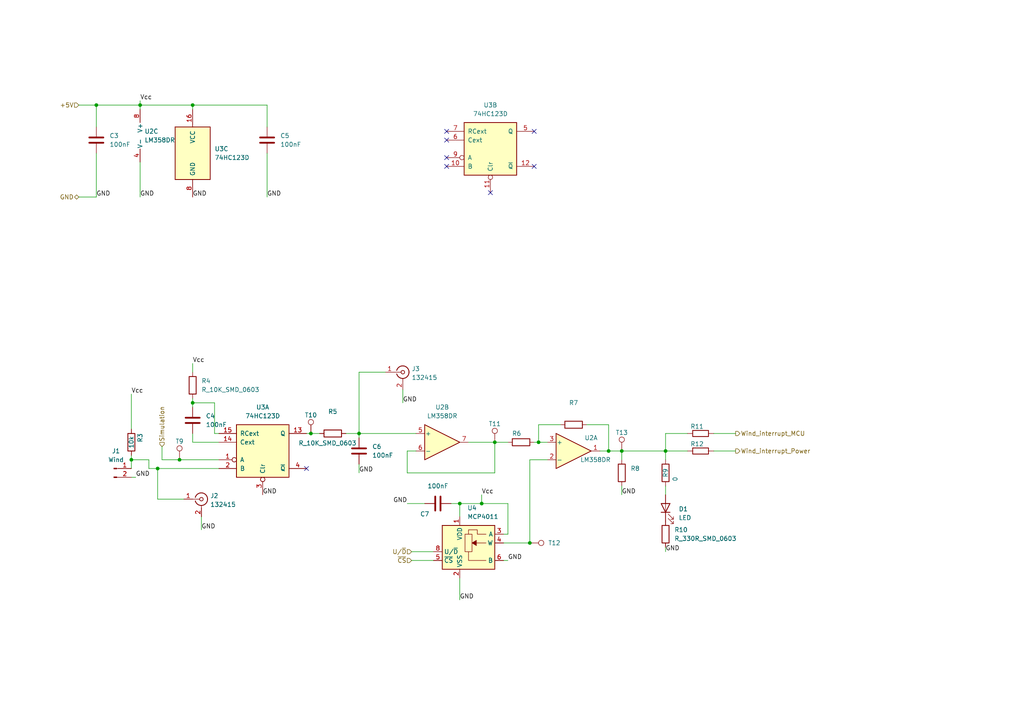
<source format=kicad_sch>
(kicad_sch (version 20231120) (generator "eeschema") (generator_version "8.0")
  (paper "A4")
  (title_block (title "Wind handler") (date "2024-04-17") (rev "1.0"))
  (lib_symbols
    (symbol "74xx:74HC123" (pin_names (offset 1.016))
      (property "Reference" "U" (at -7.62 8.89 0))
      (property "Value" "74HC123" (at -7.62 -8.89 0))
      (symbol "74HC123_1_0"
        (pin input inverted (at -12.7 -2.54 0) (length 5.08) (name "A") (number "1"))
        (pin output line (at 12.7 5.08 180) (length 5.08) (name "Q") (number "13"))
        (pin input line (at -12.7 2.54 0) (length 5.08) (name "Cext") (number "14"))
        (pin input line (at -12.7 5.08 0) (length 5.08) (name "RCext") (number "15"))
        (pin input line (at -12.7 -5.08 0) (length 5.08) (name "B") (number "2"))
        (pin input inverted (at 0 -12.7 90) (length 5.08) (name "Clr") (number "3"))
        (pin output line (at 12.7 -5.08 180) (length 5.08) (name "~{Q}") (number "4"))
      )
      (symbol "74HC123_1_1"
        (rectangle (start -7.62 7.62) (end 7.62 -7.62) (stroke (width 0.254)) (fill (type background)))
      )
      (symbol "74HC123_2_0"
        (pin input line (at -12.7 -5.08 0) (length 5.08) (name "B") (number "10"))
        (pin input inverted (at 0 -12.7 90) (length 5.08) (name "Clr") (number "11"))
        (pin output line (at 12.7 -5.08 180) (length 5.08) (name "~{Q}") (number "12"))
        (pin output line (at 12.7 5.08 180) (length 5.08) (name "Q") (number "5"))
        (pin input line (at -12.7 2.54 0) (length 5.08) (name "Cext") (number "6"))
        (pin input line (at -12.7 5.08 0) (length 5.08) (name "RCext") (number "7"))
        (pin input inverted (at -12.7 -2.54 0) (length 5.08) (name "A") (number "9"))
      )
      (symbol "74HC123_2_1"
        (rectangle (start -7.62 7.62) (end 7.62 -7.62) (stroke (width 0.254)) (fill (type background)))
      )
      (symbol "74HC123_3_0"
        (pin power_in line (at 0 12.7 270) (length 5.08) (name "VCC") (number "16"))
        (pin power_in line (at 0 -12.7 90) (length 5.08) (name "GND") (number "8"))
      )
      (symbol "74HC123_3_1"
        (rectangle (start -5.08 7.62) (end 5.08 -7.62) (stroke (width 0.254)) (fill (type background)))
      )
    )
    (symbol "Amplifier_Operational:LM358" (pin_names (offset 0.127))
      (property "Reference" "U" (at 0 5.08 0))
      (property "Value" "LM358" (at 0 -5.08 0))
      (symbol "LM358_1_1"
        (polyline (pts (xy -5.08 5.08) (xy 5.08 0) (xy -5.08 -5.08) (xy -5.08 5.08)) (stroke (width 0.254)) (fill (type background)))
        (pin output line (at 7.62 0 180) (length 2.54) (name "~") (number "1"))
        (pin input line (at -7.62 -2.54 0) (length 2.54) (name "-") (number "2"))
        (pin input line (at -7.62 2.54 0) (length 2.54) (name "+") (number "3"))
      )
      (symbol "LM358_2_1"
        (polyline (pts (xy -5.08 5.08) (xy 5.08 0) (xy -5.08 -5.08) (xy -5.08 5.08)) (stroke (width 0.254)) (fill (type background)))
        (pin input line (at -7.62 2.54 0) (length 2.54) (name "+") (number "5"))
        (pin input line (at -7.62 -2.54 0) (length 2.54) (name "-") (number "6"))
        (pin output line (at 7.62 0 180) (length 2.54) (name "~") (number "7"))
      )
      (symbol "LM358_3_1"
        (pin power_in line (at -2.54 -7.62 90) (length 3.81) (name "V-") (number "4"))
        (pin power_in line (at -2.54 7.62 270) (length 3.81) (name "V+") (number "8"))
      )
    )
    (symbol "Connector:Conn_01x02_Pin" (pin_names (offset 1.016) hide)
      (property "Reference" "J" (at 0 2.54 0))
      (property "Value" "Conn_01x02_Pin" (at 0 -5.08 0))
      (symbol "Conn_01x02_Pin_1_1"
        (polyline (pts (xy 1.27 -2.54) (xy 0.8636 -2.54)) (stroke (width 0.1524)))
        (polyline (pts (xy 1.27 0) (xy 0.8636 0)) (stroke (width 0.1524)))
        (rectangle (start 0.8636 -2.413) (end 0 -2.667) (stroke (width 0.1524)) (fill (type outline)))
        (rectangle (start 0.8636 0.127) (end 0 -0.127) (stroke (width 0.1524)) (fill (type outline)))
        (pin passive line (at 5.08 0 180) (length 3.81) (name "Pin_1") (number "1"))
        (pin passive line (at 5.08 -2.54 180) (length 3.81) (name "Pin_2") (number "2"))
      )
    )
    (symbol "Connector:Conn_Coaxial" (pin_names (offset 1.016) hide)
      (property "Reference" "J" (at 0.254 3.048 0))
      (property "Value" "Conn_Coaxial" (at 2.921 0 90))
      (symbol "Conn_Coaxial_0_1"
        (arc (start -1.778 -0.508) (mid 0.2311 -1.8066) (end 1.778 0) (stroke (width 0.254)))
        (polyline (pts (xy -2.54 0) (xy -0.508 0)))
        (polyline (pts (xy 0 -2.54) (xy 0 -1.778)))
        (circle (center 0 0) (radius 0.508) (stroke (width 0.2032)))
        (arc (start 1.778 0) (mid 0.2099 1.8101) (end -1.778 0.508) (stroke (width 0.254)))
      )
      (symbol "Conn_Coaxial_1_1"
        (pin passive line (at -5.08 0 0) (length 2.54) (name "In") (number "1"))
        (pin passive line (at 0 -5.08 90) (length 2.54) (name "Ext") (number "2"))
      )
    )
    (symbol "Connector:TestPoint" (pin_numbers hide) (pin_names (offset 0.762) hide)
      (property "Reference" "TP" (at 0 6.858 0))
      (property "Value" "TestPoint" (at 0 5.08 0))
      (symbol "TestPoint_0_1"
        (circle (center 0 3.302) (radius 0.762))
      )
      (symbol "TestPoint_1_1"
        (pin passive line (at 0 0 90) (length 2.54) (name "1") (number "1"))
      )
    )
    (symbol "Device:C" (pin_numbers hide) (pin_names (offset 0.254))
      (property "Reference" "C" (at 0.635 2.54 0))
      (property "Value" "C" (at 0.635 -2.54 0))
      (symbol "C_0_1"
        (polyline (pts (xy -2.032 -0.762) (xy 2.032 -0.762)) (stroke (width 0.508)))
        (polyline (pts (xy -2.032 0.762) (xy 2.032 0.762)) (stroke (width 0.508)))
      )
      (symbol "C_1_1"
        (pin passive line (at 0 3.81 270) (length 2.794) (name "~") (number "1"))
        (pin passive line (at 0 -3.81 90) (length 2.794) (name "~") (number "2"))
      )
    )
    (symbol "Device:LED" (pin_numbers hide) (pin_names (offset 1.016) hide)
      (property "Reference" "D" (at 0 2.54 0))
      (property "Value" "LED" (at 0 -2.54 0))
      (symbol "LED_0_1"
        (polyline (pts (xy -1.27 -1.27) (xy -1.27 1.27)) (stroke (width 0.254)))
        (polyline (pts (xy -1.27 0) (xy 1.27 0)))
        (polyline (pts (xy 1.27 -1.27) (xy 1.27 1.27) (xy -1.27 0) (xy 1.27 -1.27)) (stroke (width 0.254)))
        (polyline (pts (xy -3.048 -0.762) (xy -4.572 -2.286) (xy -3.81 -2.286) (xy -4.572 -2.286) (xy -4.572 -1.524)))
        (polyline (pts (xy -1.778 -0.762) (xy -3.302 -2.286) (xy -2.54 -2.286) (xy -3.302 -2.286) (xy -3.302 -1.524)))
      )
      (symbol "LED_1_1"
        (pin passive line (at -3.81 0 0) (length 2.54) (name "K") (number "1"))
        (pin passive line (at 3.81 0 180) (length 2.54) (name "A") (number "2"))
      )
    )
    (symbol "Device:R" (pin_numbers hide) (pin_names (offset 0))
      (property "Reference" "R" (at 2.032 0 90))
      (property "Value" "R" (at 0 0 90))
      (symbol "R_0_1"
        (rectangle (start -1.016 -2.54) (end 1.016 2.54) (stroke (width 0.254)))
      )
      (symbol "R_1_1"
        (pin passive line (at 0 3.81 270) (length 1.27) (name "~") (number "1"))
        (pin passive line (at 0 -3.81 90) (length 1.27) (name "~") (number "2"))
      )
    )
    (symbol "PCM_SL_Devices:Resistor_0.5W"
      (property "Reference" "R" (at 0 5.08 0))
      (property "Value" "Resistor_0.5W" (at 0 2.54 0))
      (symbol "Resistor_0.5W_0_1"
        (rectangle (start -2.286 0.889) (end 2.286 -0.889) (stroke (width 0.24)))
      )
      (symbol "Resistor_0.5W_1_1"
        (pin passive line (at -3.81 0 0) (length 1.5) (name "") (number "1"))
        (pin passive line (at 3.81 0 180) (length 1.5) (name "~") (number "2"))
      )
    )
    (symbol "Potentiometer_Digital:MCP4011-xxxxSN"
      (property "Reference" "U" (at -7.62 8.89 0))
      (property "Value" "MCP4011-xxxxSN" (at 1.27 8.89 0))
      (symbol "MCP4011-xxxxSN_0_1"
        (polyline (pts (xy 0 0) (xy 0 -2.54) (xy 5.08 -2.54)))
        (polyline (pts (xy 5.08 2.54) (xy 3.81 2.54) (xy 1.27 2.54)))
        (polyline (pts (xy 5.08 5.08) (xy 2.54 5.08) (xy 2.54 6.35) (xy 0 6.35) (xy 0 5.08)))
      )
      (symbol "MCP4011-xxxxSN_1_1"
        (rectangle (start -7.62 7.62) (end 7.62 -5.08) (stroke (width 0.254)) (fill (type background)))
        (polyline (pts (xy 2.286 1.778) (xy 2.286 3.302) (xy 1.016 2.54) (xy 2.286 1.778)) (fill (type outline)))
        (rectangle (start 1.016 0) (end -1.016 5.08))
        (pin power_in line (at -2.54 10.16 270) (length 2.54) (name "VDD") (number "1"))
        (pin power_in line (at -2.54 -7.62 90) (length 2.54) (name "VSS") (number "2"))
        (pin passive line (at 10.16 5.08 180) (length 2.54) (name "A") (number "3"))
        (pin passive line (at 10.16 2.54 180) (length 2.54) (name "W") (number "4"))
        (pin input line (at -10.16 -2.54 0) (length 2.54) (name "~{CS}") (number "5"))
        (pin passive line (at 10.16 -2.54 180) (length 2.54) (name "B") (number "6"))
        (pin no_connect line (at -7.62 5.08 0) (length 2.54) hide (name "NC") (number "7"))
        (pin input line (at -10.16 0 0) (length 2.54) (name "U/~{D}") (number "8"))
      )
    )
  )
  (junction (at 156.21 128.27))
  (junction (at 55.88 30.48))
  (junction (at 133.35 146.05))
  (junction (at 180.34 130.81))
  (junction (at 55.88 116.84))
  (junction (at 104.14 125.73))
  (junction (at 193.04 130.81))
  (junction (at 90.17 125.73))
  (junction (at 38.1 133.35))
  (junction (at 40.64 30.48))
  (junction (at 52.07 133.35))
  (junction (at 153.67 157.48))
  (junction (at 27.94 30.48))
  (junction (at 176.53 130.81))
  (junction (at 143.51 128.27))
  (junction (at 139.7 146.05))
  (junction (at 45.72 135.89))
  (no_connect (at 129.54 38.1))
  (no_connect (at 142.24 55.88))
  (no_connect (at 154.94 48.26))
  (no_connect (at 154.94 38.1))
  (no_connect (at 129.54 40.64))
  (no_connect (at 129.54 48.26))
  (no_connect (at 88.9 135.89))
  (no_connect (at 129.54 45.72))
  (wire (pts (xy 193.04 125.73) (xy 193.04 130.81)))
  (wire (pts (xy 146.05 162.56) (xy 147.32 162.56)))
  (wire (pts (xy 143.51 128.27) (xy 147.32 128.27)))
  (wire (pts (xy 133.35 146.05) (xy 139.7 146.05)))
  (wire (pts (xy 130.81 146.05) (xy 133.35 146.05)))
  (wire (pts (xy 104.14 107.95) (xy 104.14 125.73)))
  (wire (pts (xy 147.32 154.94) (xy 147.32 146.05)))
  (wire (pts (xy 176.53 123.19) (xy 176.53 130.81)))
  (wire (pts (xy 104.14 125.73) (xy 120.65 125.73)))
  (wire (pts (xy 104.14 125.73) (xy 104.14 127)))
  (wire (pts (xy 120.65 130.81) (xy 118.11 130.81)))
  (wire (pts (xy 162.56 123.19) (xy 156.21 123.19)))
  (wire (pts (xy 116.84 113.03) (xy 116.84 116.84)))
  (wire (pts (xy 55.88 31.75) (xy 55.88 30.48)))
  (wire (pts (xy 146.05 154.94) (xy 147.32 154.94)))
  (wire (pts (xy 119.38 160.02) (xy 125.73 160.02)))
  (wire (pts (xy 193.04 158.75) (xy 193.04 160.02)))
  (wire (pts (xy 193.04 140.97) (xy 193.04 143.51)))
  (wire (pts (xy 40.64 30.48) (xy 55.88 30.48)))
  (wire (pts (xy 143.51 137.16) (xy 143.51 128.27)))
  (wire (pts (xy 118.11 130.81) (xy 118.11 137.16)))
  (wire (pts (xy 153.67 133.35) (xy 158.75 133.35)))
  (wire (pts (xy 111.76 107.95) (xy 104.14 107.95)))
  (wire (pts (xy 38.1 133.35) (xy 43.18 133.35)))
  (wire (pts (xy 180.34 133.35) (xy 180.34 130.81)))
  (wire (pts (xy 88.9 125.73) (xy 90.17 125.73)))
  (wire (pts (xy 27.94 44.45) (xy 27.94 57.15)))
  (wire (pts (xy 207.01 130.81) (xy 213.36 130.81)))
  (wire (pts (xy 55.88 105.41) (xy 55.88 107.95)))
  (wire (pts (xy 146.05 157.48) (xy 153.67 157.48)))
  (wire (pts (xy 38.1 133.35) (xy 38.1 135.89)))
  (wire (pts (xy 147.32 146.05) (xy 139.7 146.05)))
  (wire (pts (xy 55.88 115.57) (xy 55.88 116.84)))
  (wire (pts (xy 133.35 149.86) (xy 133.35 146.05)))
  (wire (pts (xy 156.21 123.19) (xy 156.21 128.27)))
  (wire (pts (xy 77.47 44.45) (xy 77.47 57.15)))
  (wire (pts (xy 180.34 130.81) (xy 193.04 130.81)))
  (wire (pts (xy 38.1 132.08) (xy 38.1 133.35)))
  (wire (pts (xy 207.01 125.73) (xy 213.36 125.73)))
  (wire (pts (xy 143.51 128.27) (xy 135.89 128.27)))
  (wire (pts (xy 62.23 125.73) (xy 62.23 116.84)))
  (wire (pts (xy 22.86 57.15) (xy 27.94 57.15)))
  (wire (pts (xy 170.18 123.19) (xy 176.53 123.19)))
  (wire (pts (xy 55.88 116.84) (xy 62.23 116.84)))
  (wire (pts (xy 119.38 162.56) (xy 125.73 162.56)))
  (wire (pts (xy 173.99 130.81) (xy 176.53 130.81)))
  (wire (pts (xy 133.35 167.64) (xy 133.35 173.99)))
  (wire (pts (xy 38.1 138.43) (xy 39.37 138.43)))
  (wire (pts (xy 153.67 157.48) (xy 153.67 133.35)))
  (wire (pts (xy 118.11 137.16) (xy 143.51 137.16)))
  (wire (pts (xy 104.14 134.62) (xy 104.14 137.16)))
  (wire (pts (xy 40.64 30.48) (xy 40.64 31.75)))
  (wire (pts (xy 199.39 125.73) (xy 193.04 125.73)))
  (wire (pts (xy 58.42 149.86) (xy 58.42 153.67)))
  (wire (pts (xy 52.07 133.35) (xy 63.5 133.35)))
  (wire (pts (xy 46.99 129.54) (xy 46.99 133.35)))
  (wire (pts (xy 100.33 125.73) (xy 104.14 125.73)))
  (wire (pts (xy 90.17 125.73) (xy 92.71 125.73)))
  (wire (pts (xy 45.72 135.89) (xy 45.72 144.78)))
  (wire (pts (xy 55.88 30.48) (xy 77.47 30.48)))
  (wire (pts (xy 118.11 146.05) (xy 123.19 146.05)))
  (wire (pts (xy 53.34 144.78) (xy 45.72 144.78)))
  (wire (pts (xy 55.88 125.73) (xy 55.88 128.27)))
  (wire (pts (xy 63.5 128.27) (xy 55.88 128.27)))
  (wire (pts (xy 193.04 130.81) (xy 193.04 133.35)))
  (wire (pts (xy 139.7 146.05) (xy 139.7 143.51)))
  (wire (pts (xy 180.34 140.97) (xy 180.34 143.51)))
  (wire (pts (xy 55.88 116.84) (xy 55.88 118.11)))
  (wire (pts (xy 156.21 128.27) (xy 158.75 128.27)))
  (wire (pts (xy 43.18 135.89) (xy 43.18 133.35)))
  (wire (pts (xy 40.64 29.21) (xy 40.64 30.48)))
  (wire (pts (xy 22.86 30.48) (xy 27.94 30.48)))
  (wire (pts (xy 27.94 30.48) (xy 27.94 36.83)))
  (wire (pts (xy 77.47 36.83) (xy 77.47 30.48)))
  (wire (pts (xy 154.94 128.27) (xy 156.21 128.27)))
  (wire (pts (xy 176.53 130.81) (xy 180.34 130.81)))
  (wire (pts (xy 63.5 125.73) (xy 62.23 125.73)))
  (wire (pts (xy 193.04 130.81) (xy 199.39 130.81)))
  (wire (pts (xy 63.5 135.89) (xy 45.72 135.89)))
  (wire (pts (xy 45.72 135.89) (xy 43.18 135.89)))
  (wire (pts (xy 27.94 30.48) (xy 40.64 30.48)))
  (wire (pts (xy 46.99 133.35) (xy 52.07 133.35)))
  (wire (pts (xy 40.64 46.99) (xy 40.64 57.15)))
  (wire (pts (xy 38.1 114.3) (xy 38.1 124.46)))
  (label "GND" (at 147.32 162.56 0))
  (label "GND" (at 180.34 143.51 0))
  (label "GND" (at 27.94 57.15 0))
  (label "GND" (at 104.14 137.16 0))
  (label "GND" (at 55.88 57.15 0))
  (label "GND" (at 116.84 116.84 0))
  (label "GND" (at 133.35 173.99 0))
  (label "GND" (at 58.42 153.67 0))
  (label "Vcc" (at 55.88 105.41 0))
  (label "GND" (at 77.47 57.15 0))
  (label "GND" (at 76.2 143.51 0))
  (label "GND" (at 193.04 160.02 0))
  (label "Vcc" (at 40.64 29.21 0))
  (label "GND" (at 118.11 146.05 180))
  (label "GND" (at 39.37 138.43 0))
  (label "GND" (at 40.64 57.15 0))
  (label "Vcc" (at 139.7 143.51 0))
  (label "Vcc" (at 38.1 114.3 0))
  (hierarchical_label "Wind_interrupt_Power" (shape output) (at 213.36 130.81 0))
  (hierarchical_label "U{slash}~{D}" (shape input) (at 119.38 160.02 180))
  (hierarchical_label "GND" (shape bidirectional) (at 22.86 57.15 180))
  (hierarchical_label "Simulation" (shape input) (at 46.99 129.54 90))
  (hierarchical_label "+5V" (shape input) (at 22.86 30.48 180))
  (hierarchical_label "Wind_interrupt_MCU" (shape output) (at 213.36 125.73 0))
  (hierarchical_label "~{CS}" (shape input) (at 119.38 162.56 180))
  (symbol (lib_id "PCM_SL_Devices:Resistor_0.5W") (at 203.2 130.81 0) (unit 1)
    (property "Reference" "R12" (at 202.184 128.778 0))
    (property "Value" "R_0R_SMD_0603" (effects (hide yes)))
    (property "Footprint" "Resistor_SMD:R_0603_1608Metric" (effects (hide yes)))
  )
  (symbol (lib_id "74xx:74HC123") (at 55.88 44.45 0) (unit 3)
    (property "Reference" "U3" (at 62.23 43.1799 0) (effects (justify left)))
    (property "Value" "74HC123D" (at 62.23 45.7199 0) (effects (justify left)))
    (property "Footprint" "Package_SO:SOIC-16W_5.3x10.2mm_P1.27mm" (effects (hide yes)))
    (property "Datasheet" "https://assets.nexperia.com/documents/data-sheet/74HC_HCT123.pdf" (effects (hide yes)))
    (property "Description" "Dual retriggerable monostable multivibrator" (effects (hide yes)))
  )
  (symbol (lib_id "Device:LED") (at 193.04 147.32 90) (unit 1)
    (property "Reference" "D1" (at 196.85 147.6375 90) (effects (justify right)))
    (property "Value" "LED" (at 196.85 150.1775 90) (effects (justify right)))
    (property "Footprint" "LED_SMD:LED_0603_1608Metric" (effects (hide yes)))
  )
  (symbol (lib_id "74xx:74HC123") (at 76.2 130.81 0) (unit 1)
    (property "Reference" "U3" (at 76.2 118.11 0))
    (property "Value" "74HC123D" (at 76.2 120.65 0))
    (property "Footprint" "Package_SO:SOIC-16W_5.3x10.2mm_P1.27mm" (effects (hide yes)))
    (property "Datasheet" "https://assets.nexperia.com/documents/data-sheet/74HC_HCT123.pdf" (effects (hide yes)))
    (property "Description" "Dual retriggerable monostable multivibrator" (effects (hide yes)))
  )
  (symbol (lib_id "Connector:TestPoint") (at 90.17 125.73 0) (unit 1)
    (property "Reference" "T10" (at 90.17 120.396 0))
    (property "Value" "TP" (effects (hide yes)))
    (property "Footprint" "TestPoint:TestPoint_Pad_D1.0mm" (effects (hide yes)))
    (property "Description" "test point" (effects (hide yes)))
  )
  (symbol (lib_id "Device:R") (at 96.52 125.73 90) (unit 1)
    (property "Reference" "R5" (at 96.52 119.38 90))
    (property "Value" "R_10K_SMD_0603" (at 94.996 128.524 90))
    (property "Footprint" "Resistor_SMD:R_0603_1608Metric" (effects (hide yes)))
  )
  (symbol (lib_id "Amplifier_Operational:LM358") (at 166.37 130.81 0) (unit 1)
    (property "Reference" "U2" (at 171.45 127 0))
    (property "Value" "LM358DR" (at 172.72 133.35 0))
    (property "Footprint" "Package_SO:TSSOP-8_4.4x3mm_P0.65mm" (effects (hide yes)))
    (property "Datasheet" "http://www.ti.com/lit/ds/symlink/lm2904-n.pdf" (effects (hide yes)))
  )
  (symbol (lib_id "Connector:TestPoint") (at 153.67 157.48 270) (unit 1)
    (property "Reference" "T12" (at 160.782 157.48 90))
    (property "Value" "TP" (effects (hide yes)))
    (property "Footprint" "TestPoint:TestPoint_Pad_D1.0mm" (effects (hide yes)))
    (property "Description" "test point" (effects (hide yes)))
  )
  (symbol (lib_id "Device:C") (at 55.88 121.92 0) (unit 1)
    (property "Reference" "C4" (at 59.69 120.65 0) (effects (justify left)))
    (property "Value" "100nF" (at 59.69 123.19 0) (effects (justify left)))
    (property "Footprint" "Capacitor_SMD:C_0603_1608Metric" (effects (hide yes)))
  )
  (symbol (lib_id "Device:C") (at 77.47 40.64 0) (unit 1)
    (property "Reference" "C5" (at 81.28 39.37 0) (effects (justify left)))
    (property "Value" "100nF" (at 81.28 41.91 0) (effects (justify left)))
    (property "Footprint" "Capacitor_SMD:C_0603_1608Metric" (effects (hide yes)))
  )
  (symbol (lib_id "Connector:Conn_Coaxial") (at 58.42 144.78 0) (unit 1)
    (property "Reference" "J2" (at 60.96 143.8031 0) (effects (justify left)))
    (property "Value" "132415" (at 60.96 146.3431 0) (effects (justify left)))
    (property "Footprint" "Connector_Coaxial:SMA_Molex_73251-1153_EdgeMount_Horizontal" (effects (hide yes)))
    (property "Datasheet" " ~" (effects (hide yes)))
    (property "Description" "coaxial connector (BNC, SMA, SMB, SMC, Cinch/RCA, LEMO, ...)" (effects (hide yes)))
  )
  (symbol (lib_id "Device:R") (at 166.37 123.19 90) (unit 1)
    (property "Reference" "R7" (at 166.37 116.84 90))
    (property "Value" "R_10K_SMD_0603" (effects (hide yes)))
    (property "Footprint" "Resistor_SMD:R_0603_1608Metric" (effects (hide yes)))
  )
  (symbol (lib_id "Device:R") (at 193.04 137.16 180) (unit 1)
    (property "Reference" "R9" (at 193.04 137.16 90))
    (property "Value" "0" (at 195.834 138.938 90))
    (property "Footprint" "Resistor_SMD:R_0603_1608Metric" (effects (hide yes)))
  )
  (symbol (lib_id "Device:R") (at 193.04 154.94 0) (unit 1)
    (property "Reference" "R10" (at 195.58 153.6699 0) (effects (justify left)))
    (property "Value" "R_330R_SMD_0603" (at 195.58 156.2099 0) (effects (justify left)))
    (property "Footprint" "Resistor_SMD:R_0603_1608Metric" (effects (hide yes)))
  )
  (symbol (lib_id "Device:C") (at 27.94 40.64 0) (unit 1)
    (property "Reference" "C3" (at 31.75 39.37 0) (effects (justify left)))
    (property "Value" "100nF" (at 31.75 41.91 0) (effects (justify left)))
    (property "Footprint" "Capacitor_SMD:C_0603_1608Metric" (effects (hide yes)))
  )
  (symbol (lib_id "Device:R") (at 180.34 137.16 180) (unit 1)
    (property "Reference" "R8" (at 182.88 135.8899 0) (effects (justify right)))
    (property "Value" "R_10K_SMD_0603" (effects (hide yes)))
    (property "Footprint" "Resistor_SMD:R_0603_1608Metric" (effects (hide yes)))
  )
  (symbol (lib_id "Device:R") (at 55.88 111.76 0) (unit 1)
    (property "Reference" "R4" (at 58.42 110.4899 0) (effects (justify left)))
    (property "Value" "R_10K_SMD_0603" (at 58.42 113.0299 0) (effects (justify left)))
    (property "Footprint" "Resistor_SMD:R_0603_1608Metric" (effects (hide yes)))
  )
  (symbol (lib_id "Device:C") (at 104.14 130.81 0) (unit 1)
    (property "Reference" "C6" (at 107.95 129.54 0) (effects (justify left)))
    (property "Value" "100nF" (at 107.95 132.08 0) (effects (justify left)))
    (property "Footprint" "Capacitor_SMD:C_0603_1608Metric" (effects (hide yes)))
  )
  (symbol (lib_id "Connector:TestPoint") (at 180.34 130.81 0) (unit 1)
    (property "Reference" "T13" (at 180.34 125.476 0))
    (property "Value" "TP" (effects (hide yes)))
    (property "Footprint" "TestPoint:TestPoint_Pad_D1.0mm" (effects (hide yes)))
    (property "Description" "test point" (effects (hide yes)))
  )
  (symbol (lib_id "Connector:Conn_Coaxial") (at 116.84 107.95 0) (unit 1)
    (property "Reference" "J3" (at 119.38 106.9731 0) (effects (justify left)))
    (property "Value" "132415" (at 119.38 109.5131 0) (effects (justify left)))
    (property "Footprint" "Connector_Coaxial:SMA_Molex_73251-1153_EdgeMount_Horizontal" (effects (hide yes)))
    (property "Datasheet" " ~" (effects (hide yes)))
    (property "Description" "coaxial connector (BNC, SMA, SMB, SMC, Cinch/RCA, LEMO, ...)" (effects (hide yes)))
  )
  (symbol (lib_id "PCM_SL_Devices:Resistor_0.5W") (at 203.2 125.73 0) (unit 1)
    (property "Reference" "R11" (at 202.184 123.698 0))
    (property "Value" "R_0R_SMD_0603" (effects (hide yes)))
    (property "Footprint" "Resistor_SMD:R_0603_1608Metric" (effects (hide yes)))
  )
  (symbol (lib_id "Amplifier_Operational:LM358") (at 128.27 128.27 0) (unit 2)
    (property "Reference" "U2" (at 128.27 118.11 0))
    (property "Value" "LM358DR" (at 128.27 120.65 0))
    (property "Footprint" "Package_SO:TSSOP-8_4.4x3mm_P0.65mm" (effects (hide yes)))
    (property "Datasheet" "http://www.ti.com/lit/ds/symlink/lm2904-n.pdf" (effects (hide yes)))
    (property "Description" "Low-Power, Dual Operational Amplifiers, DIP-8/SOIC-8/TO-99-8" (effects (hide yes)))
  )
  (symbol (lib_id "Connector:Conn_01x02_Pin") (at 33.02 135.89 0) (unit 1)
    (property "Reference" "J1" (at 33.655 130.81 0))
    (property "Value" "Wind" (at 33.655 133.35 0))
    (property "Footprint" "TerminalBlock_Phoenix:TerminalBlock_Phoenix_MPT-0,5-2-2.54_1x02_P2.54mm_Horizontal" (effects (hide yes)))
  )
  (symbol (lib_id "Device:R") (at 151.13 128.27 90) (unit 1)
    (property "Reference" "R6" (at 149.86 125.73 90))
    (property "Value" "R_10K_SMD_0603" (effects (hide yes)))
    (property "Footprint" "Resistor_SMD:R_0603_1608Metric" (effects (hide yes)))
  )
  (symbol (lib_id "Potentiometer_Digital:MCP4011-xxxxSN") (at 135.89 160.02 0) (unit 1)
    (property "Reference" "U4" (at 135.5441 147.32 0) (effects (justify left)))
    (property "Value" "MCP4011" (at 135.5441 149.86 0) (effects (justify left)))
    (property "Footprint" "Package_SO:SOIC-8_3.9x4.9mm_P1.27mm" (effects (hide yes)))
    (property "Datasheet" "http://ww1.microchip.com/downloads/en/DeviceDoc/21978c.pdf, SOIC-8" (effects (hide yes)))
    (property "Description" "Low-Cost 64-Step Volatile Digital Potentiometer" (effects (hide yes)))
  )
  (symbol (lib_id "Device:R") (at 38.1 128.27 0) (unit 1)
    (property "Reference" "R3" (at 40.64 127 90))
    (property "Value" "10k" (at 38.1 128.27 90))
    (property "Footprint" "Resistor_SMD:R_0603_1608Metric" (effects (hide yes)))
  )
  (symbol (lib_id "Connector:TestPoint") (at 143.51 128.27 0) (unit 1)
    (property "Reference" "T11" (at 143.51 122.936 0))
    (property "Value" "TP" (effects (hide yes)))
    (property "Footprint" "TestPoint:TestPoint_Pad_D1.0mm" (effects (hide yes)))
    (property "Description" "test point" (effects (hide yes)))
  )
  (symbol (lib_id "Device:C") (at 127 146.05 90) (unit 1)
    (property "Reference" "C7" (at 123.19 149.098 90))
    (property "Value" "100nF" (at 127 140.97 90))
    (property "Footprint" "Capacitor_SMD:C_0603_1608Metric" (effects (hide yes)))
  )
  (symbol (lib_id "Connector:TestPoint") (at 52.07 133.35 0) (unit 1)
    (property "Reference" "T9" (at 52.07 128.016 0))
    (property "Value" "TP" (effects (hide yes)))
    (property "Footprint" "TestPoint:TestPoint_Pad_D1.0mm" (effects (hide yes)))
    (property "Description" "test point" (effects (hide yes)))
  )
  (symbol (lib_id "Amplifier_Operational:LM358") (at 43.18 39.37 0) (unit 3)
    (property "Reference" "U2" (at 41.91 38.0999 0) (effects (justify left)))
    (property "Value" "LM358DR" (at 41.91 40.6399 0) (effects (justify left)))
    (property "Footprint" "Package_SO:TSSOP-8_4.4x3mm_P0.65mm" (effects (hide yes)))
    (property "Datasheet" "http://www.ti.com/lit/ds/symlink/lm2904-n.pdf" (effects (hide yes)))
  )
  (symbol (lib_id "74xx:74HC123") (at 142.24 43.18 0) (unit 2)
    (property "Reference" "U3" (at 142.24 30.48 0))
    (property "Value" "74HC123D" (at 142.24 33.02 0))
    (property "Footprint" "Package_SO:SOIC-16W_5.3x10.2mm_P1.27mm" (effects (hide yes)))
    (property "Datasheet" "https://assets.nexperia.com/documents/data-sheet/74HC_HCT123.pdf" (effects (hide yes)))
    (property "Description" "Dual retriggerable monostable multivibrator" (effects (hide yes)))
  )
)
</source>
